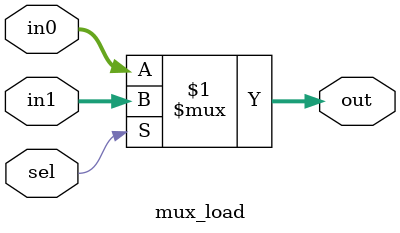
<source format=v>
`timescale 1ns / 1ps


module mux_load(
input[15:0] in0, in1,
input sel,
output [15:0]out
);
assign out= sel? in1:in0;
endmodule



</source>
